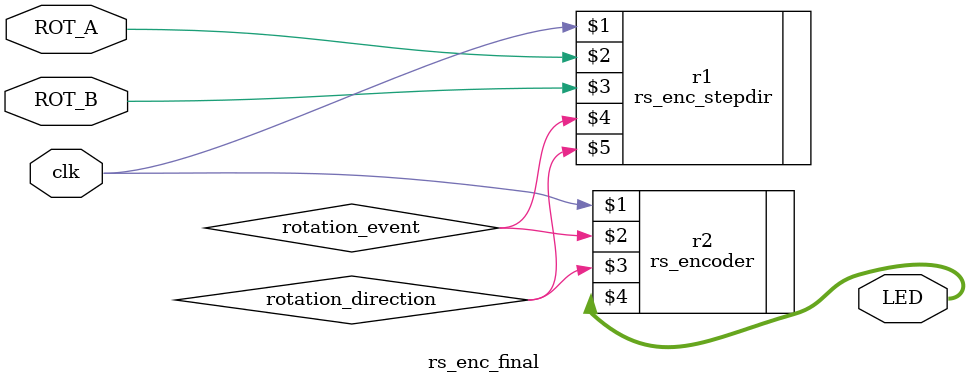
<source format=v>
`timescale 1ns / 1ps
module rs_enc_final(clk, ROT_A, ROT_B, LED);
	input clk;
	input ROT_A;
	input ROT_B;
	
	output [7:0]LED;
	
	wire [7:0]LED;
	wire rotation_event;
	wire rotation_direction;
	
	rs_enc_stepdir r1(clk, ROT_A, ROT_B, rotation_event, rotation_direction);
	rs_encoder r2(clk, rotation_event, rotation_direction, LED);
	
endmodule

</source>
